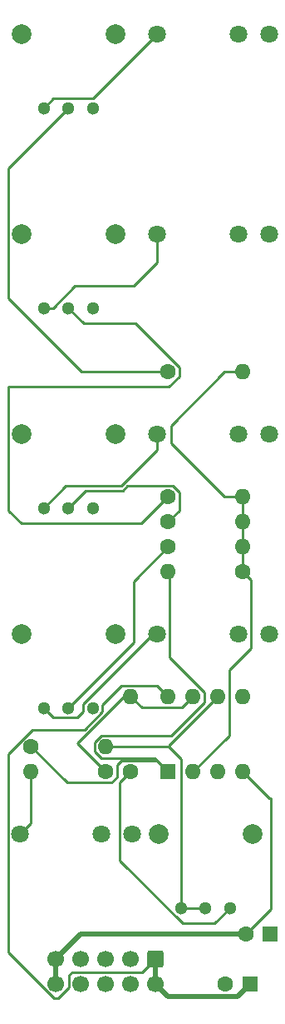
<source format=gbr>
%TF.GenerationSoftware,KiCad,Pcbnew,8.0.1-8.0.1-1~ubuntu22.04.1*%
%TF.CreationDate,2024-04-08T16:26:55+02:00*%
%TF.ProjectId,HagiwoEurorackMixer,48616769-776f-4457-9572-6f7261636b4d,rev?*%
%TF.SameCoordinates,Original*%
%TF.FileFunction,Copper,L1,Top*%
%TF.FilePolarity,Positive*%
%FSLAX46Y46*%
G04 Gerber Fmt 4.6, Leading zero omitted, Abs format (unit mm)*
G04 Created by KiCad (PCBNEW 8.0.1-8.0.1-1~ubuntu22.04.1) date 2024-04-08 16:26:55*
%MOMM*%
%LPD*%
G01*
G04 APERTURE LIST*
G04 Aperture macros list*
%AMRoundRect*
0 Rectangle with rounded corners*
0 $1 Rounding radius*
0 $2 $3 $4 $5 $6 $7 $8 $9 X,Y pos of 4 corners*
0 Add a 4 corners polygon primitive as box body*
4,1,4,$2,$3,$4,$5,$6,$7,$8,$9,$2,$3,0*
0 Add four circle primitives for the rounded corners*
1,1,$1+$1,$2,$3*
1,1,$1+$1,$4,$5*
1,1,$1+$1,$6,$7*
1,1,$1+$1,$8,$9*
0 Add four rect primitives between the rounded corners*
20,1,$1+$1,$2,$3,$4,$5,0*
20,1,$1+$1,$4,$5,$6,$7,0*
20,1,$1+$1,$6,$7,$8,$9,0*
20,1,$1+$1,$8,$9,$2,$3,0*%
G04 Aperture macros list end*
%TA.AperFunction,ComponentPad*%
%ADD10C,1.800000*%
%TD*%
%TA.AperFunction,ComponentPad*%
%ADD11C,1.600000*%
%TD*%
%TA.AperFunction,ComponentPad*%
%ADD12O,1.600000X1.600000*%
%TD*%
%TA.AperFunction,ComponentPad*%
%ADD13C,2.000000*%
%TD*%
%TA.AperFunction,ComponentPad*%
%ADD14C,1.300000*%
%TD*%
%TA.AperFunction,ComponentPad*%
%ADD15R,1.600000X1.600000*%
%TD*%
%TA.AperFunction,ComponentPad*%
%ADD16RoundRect,0.250000X-0.600000X0.600000X-0.600000X-0.600000X0.600000X-0.600000X0.600000X0.600000X0*%
%TD*%
%TA.AperFunction,ComponentPad*%
%ADD17C,1.700000*%
%TD*%
%TA.AperFunction,Conductor*%
%ADD18C,0.250000*%
%TD*%
%TA.AperFunction,Conductor*%
%ADD19C,0.500000*%
%TD*%
G04 APERTURE END LIST*
D10*
%TO.P,J3,S*%
%TO.N,GND*%
X96370000Y-93800000D03*
%TO.P,J3,T*%
%TO.N,Net-(J3-PadT)*%
X84970000Y-93800000D03*
%TO.P,J3,TN*%
%TO.N,unconnected-(J3-PadTN)*%
X93270000Y-93800000D03*
%TD*%
D11*
%TO.P,R5,1*%
%TO.N,Net-(U2A--)*%
X93700000Y-107770000D03*
D12*
%TO.P,R5,2*%
%TO.N,Net-(R5-Pad2)*%
X86080000Y-107770000D03*
%TD*%
D11*
%TO.P,R7,1*%
%TO.N,Net-(R7-Pad1)*%
X82270000Y-128090000D03*
D12*
%TO.P,R7,2*%
%TO.N,Net-(R7-Pad2)*%
X82270000Y-120470000D03*
%TD*%
D10*
%TO.P,J5,S*%
%TO.N,GND*%
X82400000Y-134440000D03*
%TO.P,J5,T*%
%TO.N,Net-(J5-PadT)*%
X71000000Y-134440000D03*
%TO.P,J5,TN*%
%TO.N,unconnected-(J5-PadTN)*%
X79300000Y-134440000D03*
%TD*%
D13*
%TO.P,RV4,*%
%TO.N,*%
X71120000Y-114120000D03*
X80720000Y-114120000D03*
D14*
%TO.P,RV4,1,1*%
%TO.N,Net-(J4-PadT)*%
X73420000Y-121620000D03*
%TO.P,RV4,2,2*%
%TO.N,Net-(R4-Pad1)*%
X75920000Y-121620000D03*
%TO.P,RV4,3,3*%
%TO.N,GND*%
X78420000Y-121620000D03*
%TD*%
D11*
%TO.P,R4,1*%
%TO.N,Net-(R4-Pad1)*%
X86080000Y-105230000D03*
D12*
%TO.P,R4,2*%
%TO.N,Net-(U2A--)*%
X93700000Y-105230000D03*
%TD*%
D15*
%TO.P,C2,1*%
%TO.N,GND*%
X96494000Y-144600000D03*
D11*
%TO.P,C2,2*%
%TO.N,Net-(U2C-V-)*%
X93994000Y-144600000D03*
%TD*%
D15*
%TO.P,U2,1*%
%TO.N,Net-(R5-Pad2)*%
X86080000Y-128090000D03*
D12*
%TO.P,U2,2,-*%
%TO.N,Net-(U2A--)*%
X88620000Y-128090000D03*
%TO.P,U2,3,+*%
%TO.N,GND*%
X91160000Y-128090000D03*
%TO.P,U2,4,V-*%
%TO.N,Net-(U2C-V-)*%
X93700000Y-128090000D03*
%TO.P,U2,5,+*%
%TO.N,GND*%
X93700000Y-120470000D03*
%TO.P,U2,6,-*%
%TO.N,Net-(U2B--)*%
X91160000Y-120470000D03*
%TO.P,U2,7*%
%TO.N,Net-(R7-Pad2)*%
X88620000Y-120470000D03*
%TO.P,U2,8,V+*%
%TO.N,Net-(U2C-V+)*%
X86080000Y-120470000D03*
%TD*%
D16*
%TO.P,J6,1,+12V*%
%TO.N,Net-(U2C-V+)*%
X84810000Y-147140000D03*
D17*
%TO.P,J6,2,+12V*%
X84810000Y-149680000D03*
%TO.P,J6,3,GND*%
%TO.N,GND*%
X82270000Y-147140000D03*
%TO.P,J6,4,GND*%
X82270000Y-149680000D03*
%TO.P,J6,5,GND*%
X79730000Y-147140000D03*
%TO.P,J6,6,GND*%
X79730000Y-149680000D03*
%TO.P,J6,7,GND*%
X77190000Y-147140000D03*
%TO.P,J6,8,GND*%
X77190000Y-149680000D03*
%TO.P,J6,9,-12V*%
%TO.N,Net-(U2C-V-)*%
X74650000Y-147140000D03*
%TO.P,J6,10,-12V*%
X74650000Y-149680000D03*
%TD*%
D13*
%TO.P,RV5,*%
%TO.N,*%
X85097034Y-134440000D03*
X94697034Y-134440000D03*
D14*
%TO.P,RV5,1,1*%
%TO.N,Net-(U2B--)*%
X87397034Y-141940000D03*
%TO.P,RV5,2,2*%
X89897034Y-141940000D03*
%TO.P,RV5,3,3*%
%TO.N,Net-(R7-Pad1)*%
X92397034Y-141940000D03*
%TD*%
D11*
%TO.P,R1,1*%
%TO.N,Net-(R1-Pad1)*%
X86080000Y-87450000D03*
D12*
%TO.P,R1,2*%
%TO.N,Net-(U2A--)*%
X93700000Y-87450000D03*
%TD*%
D13*
%TO.P,RV1,*%
%TO.N,*%
X71120000Y-53160000D03*
X80720000Y-53160000D03*
D14*
%TO.P,RV1,1,1*%
%TO.N,Net-(J1-PadT)*%
X73420000Y-60660000D03*
%TO.P,RV1,2,2*%
%TO.N,Net-(R1-Pad1)*%
X75920000Y-60660000D03*
%TO.P,RV1,3,3*%
%TO.N,GND*%
X78420000Y-60660000D03*
%TD*%
D15*
%TO.P,C1,1*%
%TO.N,Net-(U2C-V+)*%
X94422000Y-149680000D03*
D11*
%TO.P,C1,2*%
%TO.N,GND*%
X91922000Y-149680000D03*
%TD*%
%TO.P,R3,1*%
%TO.N,Net-(R3-Pad1)*%
X86080000Y-102690000D03*
D12*
%TO.P,R3,2*%
%TO.N,Net-(U2A--)*%
X93700000Y-102690000D03*
%TD*%
D10*
%TO.P,J2,S*%
%TO.N,GND*%
X96370000Y-73480000D03*
%TO.P,J2,T*%
%TO.N,Net-(J2-PadT)*%
X84970000Y-73480000D03*
%TO.P,J2,TN*%
%TO.N,unconnected-(J2-PadTN)*%
X93270000Y-73480000D03*
%TD*%
D11*
%TO.P,R6,1*%
%TO.N,Net-(R5-Pad2)*%
X72110000Y-125550000D03*
D12*
%TO.P,R6,2*%
%TO.N,Net-(U2B--)*%
X79730000Y-125550000D03*
%TD*%
D13*
%TO.P,RV3,*%
%TO.N,*%
X71120000Y-93800000D03*
X80720000Y-93800000D03*
D14*
%TO.P,RV3,1,1*%
%TO.N,Net-(J3-PadT)*%
X73420000Y-101300000D03*
%TO.P,RV3,2,2*%
%TO.N,Net-(R3-Pad1)*%
X75920000Y-101300000D03*
%TO.P,RV3,3,3*%
%TO.N,GND*%
X78420000Y-101300000D03*
%TD*%
D11*
%TO.P,R8,1*%
%TO.N,Net-(R7-Pad2)*%
X79730000Y-128090000D03*
D12*
%TO.P,R8,2*%
%TO.N,Net-(J5-PadT)*%
X72110000Y-128090000D03*
%TD*%
D10*
%TO.P,J4,S*%
%TO.N,GND*%
X96370000Y-114120000D03*
%TO.P,J4,T*%
%TO.N,Net-(J4-PadT)*%
X84970000Y-114120000D03*
%TO.P,J4,TN*%
%TO.N,unconnected-(J4-PadTN)*%
X93270000Y-114120000D03*
%TD*%
%TO.P,J1,S*%
%TO.N,GND*%
X96370000Y-53160000D03*
%TO.P,J1,T*%
%TO.N,Net-(J1-PadT)*%
X84970000Y-53160000D03*
%TO.P,J1,TN*%
%TO.N,unconnected-(J1-PadTN)*%
X93270000Y-53160000D03*
%TD*%
D13*
%TO.P,RV2,*%
%TO.N,*%
X71120000Y-73480000D03*
X80720000Y-73480000D03*
D14*
%TO.P,RV2,1,1*%
%TO.N,Net-(J2-PadT)*%
X73420000Y-80980000D03*
%TO.P,RV2,2,2*%
%TO.N,Net-(R2-Pad1)*%
X75920000Y-80980000D03*
%TO.P,RV2,3,3*%
%TO.N,GND*%
X78420000Y-80980000D03*
%TD*%
D11*
%TO.P,R2,1*%
%TO.N,Net-(R2-Pad1)*%
X86080000Y-100150000D03*
D12*
%TO.P,R2,2*%
%TO.N,Net-(U2A--)*%
X93700000Y-100150000D03*
%TD*%
D18*
%TO.N,Net-(J1-PadT)*%
X78445000Y-59685000D02*
X74395000Y-59685000D01*
X84970000Y-53160000D02*
X78445000Y-59685000D01*
X74395000Y-59685000D02*
X73420000Y-60660000D01*
%TO.N,Net-(J2-PadT)*%
X82550000Y-78740000D02*
X84970000Y-76320000D01*
X74339238Y-80980000D02*
X76579238Y-78740000D01*
X73420000Y-80980000D02*
X74339238Y-80980000D01*
X84970000Y-76320000D02*
X84970000Y-73480000D01*
X76579238Y-78740000D02*
X82550000Y-78740000D01*
%TO.N,Net-(J3-PadT)*%
X84970000Y-93800000D02*
X84970000Y-95370000D01*
X81280000Y-99060000D02*
X75660000Y-99060000D01*
X84970000Y-95370000D02*
X81280000Y-99060000D01*
X75660000Y-99060000D02*
X73420000Y-101300000D01*
%TO.N,Net-(J4-PadT)*%
X74395000Y-122595000D02*
X76795000Y-122595000D01*
X84541141Y-114120000D02*
X84970000Y-114120000D01*
X77445000Y-121216141D02*
X84541141Y-114120000D01*
X73420000Y-121620000D02*
X74395000Y-122595000D01*
X76795000Y-122595000D02*
X77445000Y-121945000D01*
X77445000Y-121945000D02*
X77445000Y-121216141D01*
%TO.N,Net-(J5-PadT)*%
X72110000Y-133330000D02*
X72110000Y-128090000D01*
X71000000Y-134440000D02*
X72110000Y-133330000D01*
%TO.N,Net-(U2C-V+)*%
X74438299Y-151130000D02*
X69775000Y-146466701D01*
X69775000Y-146466701D02*
X69775000Y-126294009D01*
X83445000Y-148505000D02*
X76285000Y-148505000D01*
X72244009Y-123825000D02*
X77593859Y-123825000D01*
D19*
X84810000Y-149680000D02*
X84810000Y-147140000D01*
D18*
X76015000Y-149976701D02*
X74861701Y-151130000D01*
X81315000Y-119345000D02*
X84955000Y-119345000D01*
X79395000Y-122023859D02*
X79395000Y-121265000D01*
X79395000Y-121265000D02*
X81315000Y-119345000D01*
D19*
X93172000Y-150930000D02*
X86060000Y-150930000D01*
D18*
X69775000Y-126294009D02*
X72244009Y-123825000D01*
X76285000Y-148505000D02*
X76015000Y-148775000D01*
X77593859Y-123825000D02*
X79395000Y-122023859D01*
X76015000Y-148775000D02*
X76015000Y-149976701D01*
X84955000Y-119345000D02*
X86080000Y-120470000D01*
X74861701Y-151130000D02*
X74438299Y-151130000D01*
X84810000Y-147140000D02*
X83445000Y-148505000D01*
D19*
X86060000Y-150930000D02*
X84810000Y-149680000D01*
X94422000Y-149680000D02*
X93172000Y-150930000D01*
D18*
%TO.N,Net-(U2C-V-)*%
X96520000Y-130810000D02*
X96520000Y-142074000D01*
D19*
X77190000Y-144600000D02*
X74650000Y-147140000D01*
X93994000Y-144600000D02*
X77190000Y-144600000D01*
D18*
X96520000Y-142074000D02*
X93994000Y-144600000D01*
X96420000Y-130810000D02*
X96520000Y-130810000D01*
X93700000Y-128090000D02*
X96420000Y-130810000D01*
D19*
X74650000Y-147140000D02*
X74650000Y-149680000D01*
D18*
%TO.N,Net-(R1-Pad1)*%
X69795000Y-66785000D02*
X69795000Y-79955000D01*
X77290000Y-87450000D02*
X86080000Y-87450000D01*
X69795000Y-79955000D02*
X77290000Y-87450000D01*
X75920000Y-60660000D02*
X69795000Y-66785000D01*
%TO.N,Net-(U2A--)*%
X86360000Y-92901480D02*
X86360000Y-94698520D01*
X94499999Y-108569999D02*
X94499999Y-115539010D01*
X93700000Y-102690000D02*
X93700000Y-105230000D01*
X91811480Y-87450000D02*
X86360000Y-92901480D01*
X94499999Y-115539010D02*
X92285000Y-117754009D01*
X93700000Y-87450000D02*
X91811480Y-87450000D01*
X93700000Y-100150000D02*
X93700000Y-102690000D01*
X92285000Y-117754009D02*
X92285000Y-124425000D01*
X86360000Y-94698520D02*
X91811480Y-100150000D01*
X93700000Y-107770000D02*
X94499999Y-108569999D01*
X91811480Y-100150000D02*
X93700000Y-100150000D01*
X93700000Y-105230000D02*
X93700000Y-107770000D01*
X92285000Y-124425000D02*
X88620000Y-128090000D01*
%TO.N,Net-(R2-Pad1)*%
X77490000Y-82550000D02*
X75920000Y-80980000D01*
X83360000Y-102870000D02*
X71120000Y-102870000D01*
X87205000Y-87915991D02*
X87205000Y-86984009D01*
X86080000Y-100150000D02*
X83360000Y-102870000D01*
X82770991Y-82550000D02*
X77490000Y-82550000D01*
X71120000Y-102870000D02*
X69795000Y-101545000D01*
X69795000Y-88955000D02*
X86165991Y-88955000D01*
X87205000Y-86984009D02*
X82770991Y-82550000D01*
X69795000Y-101545000D02*
X69795000Y-88955000D01*
X86165991Y-88955000D02*
X87205000Y-87915991D01*
%TO.N,Net-(R3-Pad1)*%
X81466396Y-99510000D02*
X77710000Y-99510000D01*
X87205000Y-101565000D02*
X87205000Y-99684009D01*
X81951396Y-99025000D02*
X81466396Y-99510000D01*
X77710000Y-99510000D02*
X75920000Y-101300000D01*
X86080000Y-102690000D02*
X87205000Y-101565000D01*
X87205000Y-99684009D02*
X86545991Y-99025000D01*
X86545991Y-99025000D02*
X81951396Y-99025000D01*
%TO.N,Net-(R4-Pad1)*%
X82550000Y-108760000D02*
X82550000Y-114990000D01*
X86080000Y-105230000D02*
X82550000Y-108760000D01*
X82550000Y-114990000D02*
X75920000Y-121620000D01*
%TO.N,Net-(R5-Pad2)*%
X79272207Y-126683198D02*
X84673198Y-126683198D01*
X86195000Y-116454009D02*
X89745000Y-120004009D01*
X78605000Y-125084009D02*
X78605000Y-126015991D01*
X89745000Y-120004009D02*
X89745000Y-121075000D01*
X86195000Y-107885000D02*
X86195000Y-116454009D01*
X75775000Y-129215000D02*
X72110000Y-125550000D01*
X86395000Y-124425000D02*
X79264009Y-124425000D01*
X84955000Y-126965000D02*
X81315000Y-126965000D01*
X86080000Y-128090000D02*
X84955000Y-126965000D01*
X78605000Y-126015991D02*
X79272207Y-126683198D01*
X89745000Y-121075000D02*
X86395000Y-124425000D01*
X84673198Y-126683198D02*
X86080000Y-128090000D01*
X79264009Y-124425000D02*
X78605000Y-125084009D01*
X80855000Y-128695000D02*
X80335000Y-129215000D01*
X81315000Y-126965000D02*
X80855000Y-127425000D01*
X80855000Y-127425000D02*
X80855000Y-128695000D01*
X86080000Y-107770000D02*
X86195000Y-107885000D01*
X80335000Y-129215000D02*
X75775000Y-129215000D01*
%TO.N,Net-(U2B--)*%
X87397034Y-141940000D02*
X89897034Y-141940000D01*
X87397034Y-126767034D02*
X86180000Y-125550000D01*
X87397034Y-141940000D02*
X87397034Y-126767034D01*
X91160000Y-120470000D02*
X86180000Y-125450000D01*
X86180000Y-125550000D02*
X79730000Y-125550000D01*
X86180000Y-125450000D02*
X86180000Y-125550000D01*
%TO.N,Net-(R7-Pad1)*%
X82270000Y-128090000D02*
X81175000Y-129185000D01*
X87588175Y-143510000D02*
X90827034Y-143510000D01*
X81175000Y-137096825D02*
X87588175Y-143510000D01*
X90827034Y-143510000D02*
X92397034Y-141940000D01*
X81175000Y-129185000D02*
X81175000Y-137096825D01*
%TO.N,Net-(R7-Pad2)*%
X76860255Y-125195000D02*
X81585255Y-120470000D01*
X83395000Y-121595000D02*
X87495000Y-121595000D01*
X82270000Y-120470000D02*
X83395000Y-121595000D01*
X79730000Y-128090000D02*
X76860255Y-125220255D01*
X76860255Y-125220255D02*
X76860255Y-125195000D01*
X81585255Y-120470000D02*
X82270000Y-120470000D01*
X87495000Y-121595000D02*
X88620000Y-120470000D01*
%TD*%
M02*

</source>
